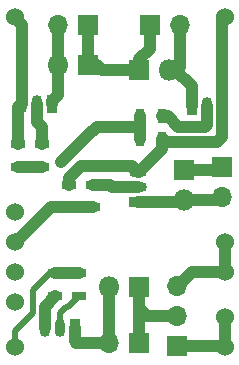
<source format=gtl>
G04 #@! TF.FileFunction,Copper,L1,Top,Signal*
%FSLAX46Y46*%
G04 Gerber Fmt 4.6, Leading zero omitted, Abs format (unit mm)*
G04 Created by KiCad (PCBNEW 4.0.6+dfsg1-1) date Mon Feb 26 15:47:50 2018*
%MOMM*%
%LPD*%
G01*
G04 APERTURE LIST*
%ADD10C,0.100000*%
%ADD11O,0.899160X1.501140*%
%ADD12R,0.899160X1.501140*%
%ADD13C,1.524000*%
%ADD14R,1.800000X1.800000*%
%ADD15O,1.800000X1.800000*%
%ADD16R,1.700000X1.700000*%
%ADD17O,1.700000X1.700000*%
%ADD18R,1.300000X0.700000*%
%ADD19O,1.501140X0.899160*%
%ADD20R,1.501140X0.899160*%
%ADD21R,0.700000X1.300000*%
%ADD22C,0.600000*%
%ADD23C,1.000000*%
%ADD24C,0.500000*%
G04 APERTURE END LIST*
D10*
D11*
X3246120Y21920200D03*
X1976120Y21920200D03*
D12*
X4516120Y21920200D03*
D13*
X19121120Y1346200D03*
X19121120Y3886200D03*
X19121120Y7696200D03*
X19121120Y10236200D03*
X1341120Y1346200D03*
X1341120Y29286200D03*
X19121120Y29286200D03*
X1341120Y5156200D03*
X1341120Y7696200D03*
X1341120Y10236200D03*
X1341120Y12776200D03*
D14*
X7564120Y25222200D03*
D15*
X5024120Y25222200D03*
D14*
X11882120Y24841200D03*
D15*
X14422120Y24841200D03*
D14*
X11882120Y6426200D03*
D15*
X9342120Y6426200D03*
D16*
X12771120Y28651200D03*
D17*
X15311120Y28651200D03*
D16*
X7564120Y28651200D03*
D17*
X5024120Y28651200D03*
D16*
X15057120Y1473200D03*
D17*
X15057120Y4013200D03*
X15057120Y6553200D03*
D16*
X11882120Y1727200D03*
D17*
X9342120Y1727200D03*
D11*
X17597120Y21793200D03*
X18867120Y21793200D03*
D12*
X16327120Y21793200D03*
D11*
X5151120Y2997200D03*
X3881120Y2997200D03*
D12*
X6421120Y2997200D03*
D18*
X1595120Y16652200D03*
X1595120Y18552200D03*
D14*
X15692120Y16332200D03*
D15*
X15692120Y13792200D03*
D16*
X18867120Y16586200D03*
D17*
X18867120Y14046200D03*
D19*
X11755120Y14935200D03*
X11755120Y16205200D03*
D20*
X11755120Y13665200D03*
D21*
X11948120Y18999200D03*
X13848120Y18999200D03*
X13848120Y20904200D03*
X11948120Y20904200D03*
D18*
X5913120Y13223200D03*
X5913120Y15123200D03*
X3627120Y18552200D03*
X3627120Y16652200D03*
X7945120Y15123200D03*
X7945120Y13223200D03*
X4770120Y7630200D03*
X4770120Y5730200D03*
X6802120Y5730200D03*
X6802120Y7630200D03*
D22*
X5278120Y17037198D03*
X2611120Y16586200D03*
D23*
X19121120Y7696200D02*
X19121120Y10236200D01*
X15057120Y6553200D02*
X15184120Y6553200D01*
X15184120Y6553200D02*
X16327120Y7696200D01*
X16327120Y7696200D02*
X19121120Y7696200D01*
X15692120Y16332200D02*
X18613120Y16332200D01*
X18613120Y16332200D02*
X18867120Y16586200D01*
X12771120Y28651200D02*
X12771120Y26619200D01*
X12771120Y26619200D02*
X11882120Y25730200D01*
X11882120Y25730200D02*
X11882120Y24841200D01*
X7564120Y25222200D02*
X8326120Y25222200D01*
X8326120Y25222200D02*
X8707120Y24841200D01*
X8707120Y24841200D02*
X11882120Y24841200D01*
X7564120Y25222200D02*
X7564120Y28651200D01*
X14422120Y24841200D02*
X14930120Y24841200D01*
X14930120Y24841200D02*
X16327120Y23444200D01*
X16327120Y23444200D02*
X16327120Y21793200D01*
X14422120Y24841200D02*
X15057120Y24841200D01*
X15057120Y24841200D02*
X15311120Y25095200D01*
X15311120Y25095200D02*
X15311120Y28651200D01*
X4516120Y21920200D02*
X4516120Y22174200D01*
X4516120Y22174200D02*
X5024120Y22682200D01*
X5024120Y22682200D02*
X5024120Y25222200D01*
X5024120Y25222200D02*
X5024120Y28651200D01*
X15057120Y4013200D02*
X12517120Y4013200D01*
X12517120Y4013200D02*
X11882120Y4648200D01*
X11882120Y1727200D02*
X11882120Y4648200D01*
X11882120Y4648200D02*
X11882120Y6426200D01*
X11882120Y5791200D02*
X11882120Y6045200D01*
X9342120Y6426200D02*
X9342120Y1727200D01*
X6421120Y2997200D02*
X6421120Y1854200D01*
X6548120Y1727200D02*
X9342120Y1727200D01*
X6421120Y1854200D02*
X6548120Y1727200D01*
X19121120Y1346200D02*
X19121120Y3886200D01*
X15057120Y1473200D02*
X18994120Y1473200D01*
X18994120Y1473200D02*
X19121120Y1346200D01*
X18867120Y21793200D02*
X18867120Y29032200D01*
X18867120Y29032200D02*
X19121120Y29286200D01*
X1976120Y21920200D02*
X1976120Y28651200D01*
X1976120Y28651200D02*
X1341120Y29286200D01*
X3881120Y2997200D02*
X3881120Y4775200D01*
X3881120Y4775200D02*
X4770120Y5664200D01*
X4770120Y5664200D02*
X4770120Y5730200D01*
X5913120Y15123200D02*
X5913120Y15697200D01*
X5913120Y15697200D02*
X6929120Y16713200D01*
X6929120Y16713200D02*
X11247120Y16713200D01*
X11247120Y16713200D02*
X11755120Y16205200D01*
X11755120Y16205200D02*
X11882120Y16205200D01*
X11882120Y16205200D02*
X13848120Y18171200D01*
X13848120Y18171200D02*
X13848120Y18999200D01*
X1976120Y21920200D02*
X1849120Y21920200D01*
X1849120Y21920200D02*
X1595120Y21666200D01*
X1595120Y21666200D02*
X1595120Y18552200D01*
X13848120Y18999200D02*
X13914120Y18999200D01*
X13914120Y18999200D02*
X14168120Y18745200D01*
X14168120Y18745200D02*
X18486120Y18745200D01*
X18486120Y18745200D02*
X18867120Y19126200D01*
X18867120Y19126200D02*
X18867120Y21793200D01*
X5278120Y17037198D02*
X7875122Y19634200D01*
X7875122Y19634200D02*
X7945120Y19634200D01*
X7945120Y19634200D02*
X8326120Y20015200D01*
X8326120Y20015200D02*
X11948120Y20015200D01*
X11948120Y20904200D02*
X11948120Y20015200D01*
X11948120Y20015200D02*
X11948120Y18999200D01*
X2611120Y16586200D02*
X2611120Y16652200D01*
X2611120Y16652200D02*
X2611120Y16586200D01*
X2611120Y16586200D02*
X2611120Y16652200D01*
X1595120Y16652200D02*
X2611120Y16652200D01*
X2611120Y16652200D02*
X3627120Y16652200D01*
D24*
X1341120Y1346200D02*
X1341120Y2743200D01*
X2865120Y6172200D02*
X4323120Y7630200D01*
X2865120Y4267200D02*
X2865120Y6172200D01*
X1341120Y2743200D02*
X2865120Y4267200D01*
X4323120Y7630200D02*
X4770120Y7630200D01*
D23*
X4770120Y7630200D02*
X6802120Y7630200D01*
X15692120Y13792200D02*
X18613120Y13792200D01*
X18613120Y13792200D02*
X18867120Y14046200D01*
X11755120Y13665200D02*
X15565120Y13665200D01*
X15565120Y13665200D02*
X15692120Y13792200D01*
X5913120Y13223200D02*
X7945120Y13223200D01*
X1341120Y10236200D02*
X1468120Y10236200D01*
X1468120Y10236200D02*
X4455120Y13223200D01*
X4455120Y13223200D02*
X5913120Y13223200D01*
X13848120Y20904200D02*
X14295120Y20904200D01*
X17597120Y20142200D02*
X17597120Y21793200D01*
X17470120Y20015200D02*
X17597120Y20142200D01*
X15184120Y20015200D02*
X17470120Y20015200D01*
X14295120Y20904200D02*
X15184120Y20015200D01*
X3246120Y21920200D02*
X3246120Y20396200D01*
X3627120Y20015200D02*
X3627120Y18552200D01*
X3246120Y20396200D02*
X3627120Y20015200D01*
D24*
X5151120Y2997200D02*
X5151120Y4267200D01*
X5847120Y4775200D02*
X6802120Y5730200D01*
X5659120Y4775200D02*
X5847120Y4775200D01*
X5151120Y4267200D02*
X5659120Y4775200D01*
D23*
X7945120Y15123200D02*
X9408120Y15123200D01*
X9596120Y14935200D02*
X11755120Y14935200D01*
X9408120Y15123200D02*
X9596120Y14935200D01*
M02*

</source>
